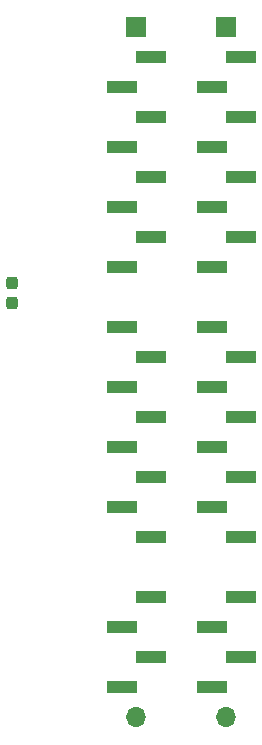
<source format=gbr>
G04 #@! TF.GenerationSoftware,KiCad,Pcbnew,9.0.7-9.0.7~ubuntu25.10.1*
G04 #@! TF.CreationDate,2026-02-01T15:36:24+09:00*
G04 #@! TF.ProjectId,bionic-tms370cx5x,62696f6e-6963-42d7-946d-733337306378,3*
G04 #@! TF.SameCoordinates,Original*
G04 #@! TF.FileFunction,Soldermask,Bot*
G04 #@! TF.FilePolarity,Negative*
%FSLAX46Y46*%
G04 Gerber Fmt 4.6, Leading zero omitted, Abs format (unit mm)*
G04 Created by KiCad (PCBNEW 9.0.7-9.0.7~ubuntu25.10.1) date 2026-02-01 15:36:24*
%MOMM*%
%LPD*%
G01*
G04 APERTURE LIST*
G04 Aperture macros list*
%AMRoundRect*
0 Rectangle with rounded corners*
0 $1 Rounding radius*
0 $2 $3 $4 $5 $6 $7 $8 $9 X,Y pos of 4 corners*
0 Add a 4 corners polygon primitive as box body*
4,1,4,$2,$3,$4,$5,$6,$7,$8,$9,$2,$3,0*
0 Add four circle primitives for the rounded corners*
1,1,$1+$1,$2,$3*
1,1,$1+$1,$4,$5*
1,1,$1+$1,$6,$7*
1,1,$1+$1,$8,$9*
0 Add four rect primitives between the rounded corners*
20,1,$1+$1,$2,$3,$4,$5,0*
20,1,$1+$1,$4,$5,$6,$7,0*
20,1,$1+$1,$6,$7,$8,$9,0*
20,1,$1+$1,$8,$9,$2,$3,0*%
G04 Aperture macros list end*
%ADD10O,1.700000X1.700000*%
%ADD11R,2.510000X1.000000*%
%ADD12R,1.700000X1.700000*%
%ADD13RoundRect,0.237500X-0.237500X0.300000X-0.237500X-0.300000X0.237500X-0.300000X0.237500X0.300000X0*%
G04 APERTURE END LIST*
D10*
X117510000Y-133500000D03*
D11*
X116265400Y-130960000D03*
X118754600Y-128420000D03*
X116265400Y-125880000D03*
X118754600Y-123340000D03*
X118754600Y-118260000D03*
X116265400Y-115720000D03*
X118754600Y-113180000D03*
X116265400Y-110640000D03*
X118754600Y-108100000D03*
X116265400Y-105560000D03*
X118754600Y-103020000D03*
X116265400Y-100480000D03*
X116265400Y-95400000D03*
X118754600Y-92860000D03*
X116265400Y-90320000D03*
X118754600Y-87780000D03*
X116265400Y-85240000D03*
X118754600Y-82700000D03*
X116265400Y-80160000D03*
X118754600Y-77620000D03*
D12*
X117510000Y-75080000D03*
D13*
X99349000Y-96700500D03*
X99349000Y-98425500D03*
D12*
X109890000Y-75080000D03*
D11*
X111134600Y-77620000D03*
X108645400Y-80160000D03*
X111134600Y-82700000D03*
X108645400Y-85240000D03*
X111134600Y-87780000D03*
X108645400Y-90320000D03*
X111134600Y-92860000D03*
X108645400Y-95400000D03*
X108645400Y-100480000D03*
X111134600Y-103020000D03*
X108645400Y-105560000D03*
X111134600Y-108100000D03*
X108645400Y-110640000D03*
X111134600Y-113180000D03*
X108645400Y-115720000D03*
X111134600Y-118260000D03*
X111134600Y-123340000D03*
X108645400Y-125880000D03*
X111134600Y-128420000D03*
X108645400Y-130960000D03*
D10*
X109890000Y-133500000D03*
M02*

</source>
